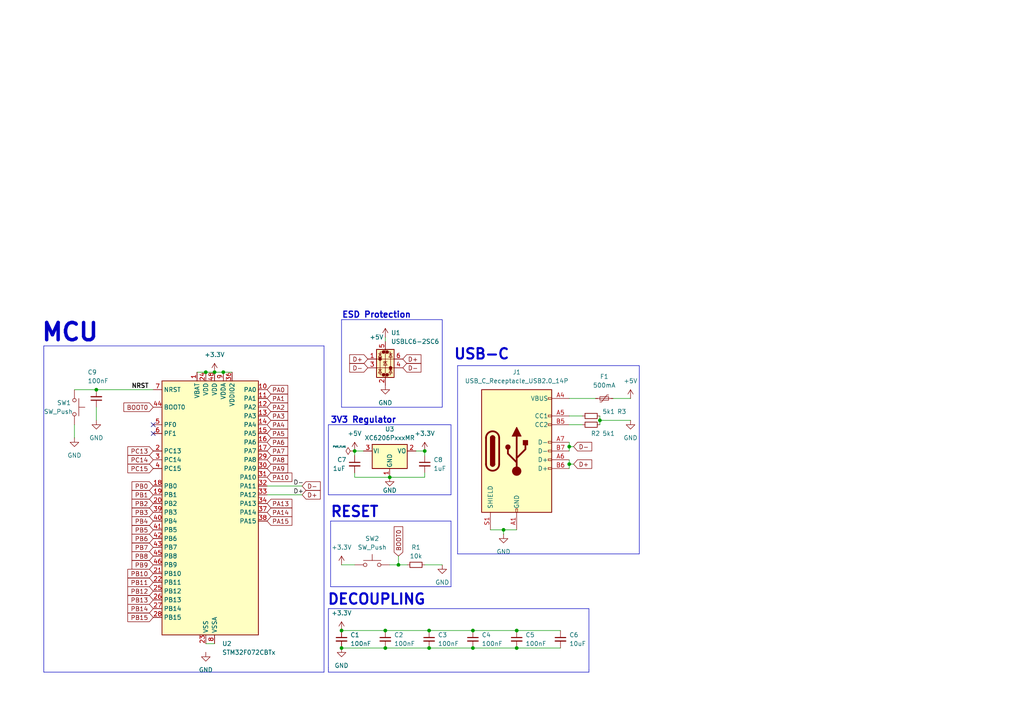
<source format=kicad_sch>
(kicad_sch (version 20231120) (generator "eeschema") (generator_version "8.0")
  (paper "A4")
  (lib_symbols
    (symbol "Connector:USB_C_Receptacle_USB2.0_14P" (pin_names (offset 1.016))
      (property "Reference" "J" (at 0 22.225 0))
      (property "Value" "USB_C_Receptacle_USB2.0_14P" (at 0 19.685 0))
      (symbol "USB_C_Receptacle_USB2.0_14P_0_0"
        (rectangle (start -0.254 -17.78) (end 0.254 -16.764))
        (rectangle (start 10.16 -4.826) (end 9.144 -5.334))
        (rectangle (start 10.16 -2.286) (end 9.144 -2.794))
        (rectangle (start 10.16 0.254) (end 9.144 -0.254))
        (rectangle (start 10.16 2.794) (end 9.144 2.286))
        (rectangle (start 10.16 7.874) (end 9.144 7.366))
        (rectangle (start 10.16 10.414) (end 9.144 9.906))
        (rectangle (start 10.16 15.494) (end 9.144 14.986))
      )
      (symbol "USB_C_Receptacle_USB2.0_14P_0_1"
        (rectangle (start -10.16 17.78) (end 10.16 -17.78) (stroke (width 0.254)) (fill (type background)))
        (arc (start -8.89 -3.81) (mid -6.985 -5.7067) (end -5.08 -3.81) (stroke (width 0.508)))
        (arc (start -7.62 -3.81) (mid -6.985 -4.4423) (end -6.35 -3.81) (stroke (width 0.254)))
        (arc (start -7.62 -3.81) (mid -6.985 -4.4423) (end -6.35 -3.81) (stroke (width 0.254)) (fill (type outline)))
        (rectangle (start -7.62 -3.81) (end -6.35 3.81) (stroke (width 0.254)) (fill (type outline)))
        (arc (start -6.35 3.81) (mid -6.985 4.4423) (end -7.62 3.81) (stroke (width 0.254)))
        (arc (start -6.35 3.81) (mid -6.985 4.4423) (end -7.62 3.81) (stroke (width 0.254)) (fill (type outline)))
        (arc (start -5.08 3.81) (mid -6.985 5.7067) (end -8.89 3.81) (stroke (width 0.508)))
        (circle (center -2.54 1.143) (radius 0.635) (stroke (width 0.254)) (fill (type outline)))
        (circle (center 0 -5.842) (radius 1.27) (fill (type outline)))
        (polyline (pts (xy -8.89 -3.81) (xy -8.89 3.81)) (stroke (width 0.508)))
        (polyline (pts (xy -5.08 3.81) (xy -5.08 -3.81)) (stroke (width 0.508)))
        (polyline (pts (xy 0 -5.842) (xy 0 4.318)) (stroke (width 0.508)))
        (polyline (pts (xy 0 -3.302) (xy -2.54 -0.762) (xy -2.54 0.508)) (stroke (width 0.508)))
        (polyline (pts (xy 0 -2.032) (xy 2.54 0.508) (xy 2.54 1.778)) (stroke (width 0.508)))
        (polyline (pts (xy -1.27 4.318) (xy 0 6.858) (xy 1.27 4.318) (xy -1.27 4.318)) (stroke (width 0.254)) (fill (type outline)))
        (rectangle (start 1.905 1.778) (end 3.175 3.048) (stroke (width 0.254)) (fill (type outline)))
      )
      (symbol "USB_C_Receptacle_USB2.0_14P_1_1"
        (pin passive line (at 0 -22.86 90) (length 5.08) (name "GND") (number "A1"))
        (pin passive line (at 0 -22.86 90) (length 5.08) hide (name "GND") (number "A12"))
        (pin passive line (at 15.24 15.24 180) (length 5.08) (name "VBUS") (number "A4"))
        (pin bidirectional line (at 15.24 10.16 180) (length 5.08) (name "CC1") (number "A5"))
        (pin bidirectional line (at 15.24 -2.54 180) (length 5.08) (name "D+") (number "A6"))
        (pin bidirectional line (at 15.24 2.54 180) (length 5.08) (name "D-") (number "A7"))
        (pin passive line (at 15.24 15.24 180) (length 5.08) hide (name "VBUS") (number "A9"))
        (pin passive line (at 0 -22.86 90) (length 5.08) hide (name "GND") (number "B1"))
        (pin passive line (at 0 -22.86 90) (length 5.08) hide (name "GND") (number "B12"))
        (pin passive line (at 15.24 15.24 180) (length 5.08) hide (name "VBUS") (number "B4"))
        (pin bidirectional line (at 15.24 7.62 180) (length 5.08) (name "CC2") (number "B5"))
        (pin bidirectional line (at 15.24 -5.08 180) (length 5.08) (name "D+") (number "B6"))
        (pin bidirectional line (at 15.24 0 180) (length 5.08) (name "D-") (number "B7"))
        (pin passive line (at 15.24 15.24 180) (length 5.08) hide (name "VBUS") (number "B9"))
        (pin passive line (at -7.62 -22.86 90) (length 5.08) (name "SHIELD") (number "S1"))
      )
    )
    (symbol "Device:C_Small" (pin_numbers hide) (pin_names (offset 0.254) hide)
      (property "Reference" "C" (at 0.254 1.778 0))
      (property "Value" "C_Small" (at 0.254 -2.032 0))
      (symbol "C_Small_0_1"
        (polyline (pts (xy -1.524 -0.508) (xy 1.524 -0.508)) (stroke (width 0.3302)))
        (polyline (pts (xy -1.524 0.508) (xy 1.524 0.508)) (stroke (width 0.3048)))
      )
      (symbol "C_Small_1_1"
        (pin passive line (at 0 2.54 270) (length 2.032) (name "~") (number "1"))
        (pin passive line (at 0 -2.54 90) (length 2.032) (name "~") (number "2"))
      )
    )
    (symbol "Device:Polyfuse_Small" (pin_numbers hide) (pin_names (offset 0))
      (property "Reference" "F" (at -1.905 0 90))
      (property "Value" "Polyfuse_Small" (at 1.905 0 90))
      (symbol "Polyfuse_Small_0_1"
        (rectangle (start -0.508 1.27) (end 0.508 -1.27))
        (polyline (pts (xy 0 2.54) (xy 0 -2.54)))
        (polyline (pts (xy -1.016 1.27) (xy -1.016 0.762) (xy 1.016 -0.762) (xy 1.016 -1.27)))
      )
      (symbol "Polyfuse_Small_1_1"
        (pin passive line (at 0 2.54 270) (length 0.635) (name "~") (number "1"))
        (pin passive line (at 0 -2.54 90) (length 0.635) (name "~") (number "2"))
      )
    )
    (symbol "Device:R_Small" (pin_numbers hide) (pin_names (offset 0.254) hide)
      (property "Reference" "R" (at 0.762 0.508 0))
      (property "Value" "R_Small" (at 0.762 -1.016 0))
      (symbol "R_Small_0_1"
        (rectangle (start -0.762 1.778) (end 0.762 -1.778) (stroke (width 0.2032)))
      )
      (symbol "R_Small_1_1"
        (pin passive line (at 0 2.54 270) (length 0.762) (name "~") (number "1"))
        (pin passive line (at 0 -2.54 90) (length 0.762) (name "~") (number "2"))
      )
    )
    (symbol "MCU_ST_STM32F0:STM32F072CBTx"
      (property "Reference" "U" (at -12.7 39.37 0))
      (property "Value" "STM32F072CBTx" (at 10.16 39.37 0))
      (symbol "STM32F072CBTx_0_1"
        (rectangle (start -12.7 -35.56) (end 15.24 38.1) (stroke (width 0.254)) (fill (type background)))
      )
      (symbol "STM32F072CBTx_1_1"
        (pin power_in line (at -2.54 40.64 270) (length 2.54) (name "VBAT") (number "1"))
        (pin bidirectional line (at 17.78 35.56 180) (length 2.54) (name "PA0") (number "10"))
        (pin bidirectional line (at 17.78 33.02 180) (length 2.54) (name "PA1") (number "11"))
        (pin bidirectional line (at 17.78 30.48 180) (length 2.54) (name "PA2") (number "12"))
        (pin bidirectional line (at 17.78 27.94 180) (length 2.54) (name "PA3") (number "13"))
        (pin bidirectional line (at 17.78 25.4 180) (length 2.54) (name "PA4") (number "14"))
        (pin bidirectional line (at 17.78 22.86 180) (length 2.54) (name "PA5") (number "15"))
        (pin bidirectional line (at 17.78 20.32 180) (length 2.54) (name "PA6") (number "16"))
        (pin bidirectional line (at 17.78 17.78 180) (length 2.54) (name "PA7") (number "17"))
        (pin bidirectional line (at -15.24 7.62 0) (length 2.54) (name "PB0") (number "18"))
        (pin bidirectional line (at -15.24 5.08 0) (length 2.54) (name "PB1") (number "19"))
        (pin bidirectional line (at -15.24 17.78 0) (length 2.54) (name "PC13") (number "2"))
        (pin bidirectional line (at -15.24 2.54 0) (length 2.54) (name "PB2") (number "20"))
        (pin bidirectional line (at -15.24 -17.78 0) (length 2.54) (name "PB10") (number "21"))
        (pin bidirectional line (at -15.24 -20.32 0) (length 2.54) (name "PB11") (number "22"))
        (pin power_in line (at 0 -38.1 90) (length 2.54) (name "VSS") (number "23"))
        (pin power_in line (at 0 40.64 270) (length 2.54) (name "VDD") (number "24"))
        (pin bidirectional line (at -15.24 -22.86 0) (length 2.54) (name "PB12") (number "25"))
        (pin bidirectional line (at -15.24 -25.4 0) (length 2.54) (name "PB13") (number "26"))
        (pin bidirectional line (at -15.24 -27.94 0) (length 2.54) (name "PB14") (number "27"))
        (pin bidirectional line (at -15.24 -30.48 0) (length 2.54) (name "PB15") (number "28"))
        (pin bidirectional line (at 17.78 15.24 180) (length 2.54) (name "PA8") (number "29"))
        (pin bidirectional line (at -15.24 15.24 0) (length 2.54) (name "PC14") (number "3"))
        (pin bidirectional line (at 17.78 12.7 180) (length 2.54) (name "PA9") (number "30"))
        (pin bidirectional line (at 17.78 10.16 180) (length 2.54) (name "PA10") (number "31"))
        (pin bidirectional line (at 17.78 7.62 180) (length 2.54) (name "PA11") (number "32"))
        (pin bidirectional line (at 17.78 5.08 180) (length 2.54) (name "PA12") (number "33"))
        (pin bidirectional line (at 17.78 2.54 180) (length 2.54) (name "PA13") (number "34"))
        (pin passive line (at 0 -38.1 90) (length 2.54) hide (name "VSS") (number "35"))
        (pin power_in line (at 7.62 40.64 270) (length 2.54) (name "VDDIO2") (number "36"))
        (pin bidirectional line (at 17.78 0 180) (length 2.54) (name "PA14") (number "37"))
        (pin bidirectional line (at 17.78 -2.54 180) (length 2.54) (name "PA15") (number "38"))
        (pin bidirectional line (at -15.24 0 0) (length 2.54) (name "PB3") (number "39"))
        (pin bidirectional line (at -15.24 12.7 0) (length 2.54) (name "PC15") (number "4"))
        (pin bidirectional line (at -15.24 -2.54 0) (length 2.54) (name "PB4") (number "40"))
        (pin bidirectional line (at -15.24 -5.08 0) (length 2.54) (name "PB5") (number "41"))
        (pin bidirectional line (at -15.24 -7.62 0) (length 2.54) (name "PB6") (number "42"))
        (pin bidirectional line (at -15.24 -10.16 0) (length 2.54) (name "PB7") (number "43"))
        (pin input line (at -15.24 30.48 0) (length 2.54) (name "BOOT0") (number "44"))
        (pin bidirectional line (at -15.24 -12.7 0) (length 2.54) (name "PB8") (number "45"))
        (pin bidirectional line (at -15.24 -15.24 0) (length 2.54) (name "PB9") (number "46"))
        (pin passive line (at 0 -38.1 90) (length 2.54) hide (name "VSS") (number "47"))
        (pin power_in line (at 2.54 40.64 270) (length 2.54) (name "VDD") (number "48"))
        (pin bidirectional line (at -15.24 25.4 0) (length 2.54) (name "PF0") (number "5"))
        (pin bidirectional line (at -15.24 22.86 0) (length 2.54) (name "PF1") (number "6"))
        (pin input line (at -15.24 35.56 0) (length 2.54) (name "NRST") (number "7"))
        (pin power_in line (at 2.54 -38.1 90) (length 2.54) (name "VSSA") (number "8"))
        (pin power_in line (at 5.08 40.64 270) (length 2.54) (name "VDDA") (number "9"))
      )
    )
    (symbol "Power_Protection:USBLC6-2SC6" (pin_names hide)
      (property "Reference" "U" (at 0.635 5.715 0))
      (property "Value" "USBLC6-2SC6" (at 0.635 3.81 0))
      (symbol "USBLC6-2SC6_0_0"
        (circle (center -1.524 0) (radius 0.0001) (stroke (width 0.508)))
        (circle (center -0.508 -4.572) (radius 0.0001) (stroke (width 0.508)))
        (circle (center -0.508 2.032) (radius 0.0001) (stroke (width 0.508)))
        (circle (center 0.508 -4.572) (radius 0.0001) (stroke (width 0.508)))
        (circle (center 0.508 2.032) (radius 0.0001) (stroke (width 0.508)))
        (circle (center 1.524 -2.54) (radius 0.0001) (stroke (width 0.508)))
      )
      (symbol "USBLC6-2SC6_0_1"
        (polyline (pts (xy -2.54 -2.54) (xy 2.54 -2.54)))
        (polyline (pts (xy -2.54 0) (xy 2.54 0)))
        (polyline (pts (xy -2.032 -3.048) (xy -1.016 -3.048)))
        (polyline (pts (xy -1.016 1.524) (xy -2.032 1.524)))
        (polyline (pts (xy 1.016 -3.048) (xy 2.032 -3.048)))
        (polyline (pts (xy 1.016 1.524) (xy 2.032 1.524)))
        (polyline (pts (xy -0.508 -1.143) (xy -0.508 -0.762) (xy 0.508 -0.762)))
        (polyline (pts (xy -2.032 0.508) (xy -1.016 0.508) (xy -1.524 1.524) (xy -2.032 0.508)))
        (polyline (pts (xy -1.016 -4.064) (xy -2.032 -4.064) (xy -1.524 -3.048) (xy -1.016 -4.064)))
        (polyline (pts (xy 0.508 -1.778) (xy -0.508 -1.778) (xy 0 -0.762) (xy 0.508 -1.778)))
        (polyline (pts (xy 2.032 -4.064) (xy 1.016 -4.064) (xy 1.524 -3.048) (xy 2.032 -4.064)))
        (polyline (pts (xy 2.032 0.508) (xy 1.016 0.508) (xy 1.524 1.524) (xy 2.032 0.508)))
        (polyline (pts (xy 0 2.54) (xy -0.508 2.032) (xy 0.508 2.032) (xy 0 1.524) (xy 0 -4.064) (xy -0.508 -4.572) (xy 0.508 -4.572) (xy 0 -5.08)))
      )
      (symbol "USBLC6-2SC6_1_1"
        (rectangle (start -2.54 2.794) (end 2.54 -5.334) (stroke (width 0.254)) (fill (type background)))
        (polyline (pts (xy -0.508 2.032) (xy -1.524 2.032) (xy -1.524 -4.572) (xy -0.508 -4.572)))
        (polyline (pts (xy 0.508 -4.572) (xy 1.524 -4.572) (xy 1.524 2.032) (xy 0.508 2.032)))
        (pin passive line (at -5.08 0 0) (length 2.54) (name "I/O1") (number "1"))
        (pin passive line (at 0 -7.62 90) (length 2.54) (name "GND") (number "2"))
        (pin passive line (at -5.08 -2.54 0) (length 2.54) (name "I/O2") (number "3"))
        (pin passive line (at 5.08 -2.54 180) (length 2.54) (name "I/O2") (number "4"))
        (pin passive line (at 0 5.08 270) (length 2.54) (name "VBUS") (number "5"))
        (pin passive line (at 5.08 0 180) (length 2.54) (name "I/O1") (number "6"))
      )
    )
    (symbol "Regulator_Linear:XC6206PxxxMR" (pin_names (offset 0.254))
      (property "Reference" "U" (at -3.81 3.175 0))
      (property "Value" "XC6206PxxxMR" (at 0 3.175 0))
      (symbol "XC6206PxxxMR_0_1"
        (rectangle (start -5.08 1.905) (end 5.08 -5.08) (stroke (width 0.254)) (fill (type background)))
      )
      (symbol "XC6206PxxxMR_1_1"
        (pin power_in line (at 0 -7.62 90) (length 2.54) (name "GND") (number "1"))
        (pin power_out line (at 7.62 0 180) (length 2.54) (name "VO") (number "2"))
        (pin power_in line (at -7.62 0 0) (length 2.54) (name "VI") (number "3"))
      )
    )
    (symbol "Switch:SW_Push" (pin_numbers hide) (pin_names (offset 1.016) hide)
      (property "Reference" "SW" (at 1.27 2.54 0))
      (property "Value" "SW_Push" (at 0 -1.524 0))
      (symbol "SW_Push_0_1"
        (circle (center -2.032 0) (radius 0.508))
        (polyline (pts (xy 0 1.27) (xy 0 3.048)))
        (polyline (pts (xy 2.54 1.27) (xy -2.54 1.27)))
        (circle (center 2.032 0) (radius 0.508))
        (pin passive line (at -5.08 0 0) (length 2.54) (name "1") (number "1"))
        (pin passive line (at 5.08 0 180) (length 2.54) (name "2") (number "2"))
      )
    )
    (symbol "power:+3.3V" (power) (pin_numbers hide) (pin_names (offset 0) hide)
      (property "Value" "+3.3V" (at 0 3.556 0))
      (symbol "+3.3V_0_1"
        (polyline (pts (xy -0.762 1.27) (xy 0 2.54)))
        (polyline (pts (xy 0 0) (xy 0 2.54)))
        (polyline (pts (xy 0 2.54) (xy 0.762 1.27)))
      )
      (symbol "+3.3V_1_1"
        (pin power_in line (at 0 0 90) (length 0) (name "~") (number "1"))
      )
    )
    (symbol "power:+5V" (power) (pin_numbers hide) (pin_names (offset 0) hide)
      (property "Value" "+5V" (at 0 3.556 0))
      (symbol "+5V_0_1"
        (polyline (pts (xy -0.762 1.27) (xy 0 2.54)))
        (polyline (pts (xy 0 0) (xy 0 2.54)))
        (polyline (pts (xy 0 2.54) (xy 0.762 1.27)))
      )
      (symbol "+5V_1_1"
        (pin power_in line (at 0 0 90) (length 0) (name "~") (number "1"))
      )
    )
    (symbol "power:GND" (power) (pin_numbers hide) (pin_names (offset 0) hide)
      (property "Value" "GND" (at 0 -3.81 0))
      (symbol "GND_0_1"
        (polyline (pts (xy 0 0) (xy 0 -1.27) (xy 1.27 -1.27) (xy 0 -2.54) (xy -1.27 -1.27) (xy 0 -1.27)))
      )
      (symbol "GND_1_1"
        (pin power_in line (at 0 0 270) (length 0) (name "~") (number "1"))
      )
    )
    (symbol "power:PWR_FLAG" (power) (pin_numbers hide) (pin_names (offset 0) hide)
      (property "Value" "PWR_FLAG" (at 0 3.81 0))
      (symbol "PWR_FLAG_0_0"
        (pin power_out line (at 0 0 90) (length 0) (name "~") (number "1"))
      )
      (symbol "PWR_FLAG_0_1"
        (polyline (pts (xy 0 0) (xy 0 1.27) (xy -1.016 1.905) (xy 0 2.54) (xy 1.016 1.905) (xy 0 1.27)))
      )
    )
  )
  (junction (at 137.16 182.88))
  (junction (at 99.06 187.96))
  (junction (at 99.06 182.88))
  (junction (at 124.46 182.88))
  (junction (at 115.57 163.83))
  (junction (at 165.1 129.54))
  (junction (at 64.77 107.95))
  (junction (at 62.23 107.95))
  (junction (at 149.86 182.88))
  (junction (at 173.99 121.92))
  (junction (at 102.87 130.81))
  (junction (at 27.94 113.03))
  (junction (at 111.76 187.96))
  (junction (at 149.86 187.96))
  (junction (at 59.69 107.95))
  (junction (at 146.05 153.67))
  (junction (at 123.19 130.81))
  (junction (at 113.03 138.43))
  (junction (at 111.76 182.88))
  (junction (at 137.16 187.96))
  (junction (at 124.46 187.96))
  (junction (at 165.1 134.62))
  (no_connect (at 44.45 123.19))
  (no_connect (at 44.45 125.73))
  (wire (pts (xy 146.05 153.67) (xy 149.86 153.67)))
  (wire (pts (xy 99.06 163.83) (xy 102.87 163.83)))
  (polyline (pts (xy 12.7 100.33) (xy 93.98 100.33)))
  (wire (pts (xy 165.1 134.62) (xy 166.37 134.62)))
  (wire (pts (xy 27.94 113.03) (xy 44.45 113.03)))
  (wire (pts (xy 62.23 107.95) (xy 64.77 107.95)))
  (polyline (pts (xy 95.25 193.675) (xy 95.25 176.53)))
  (wire (pts (xy 113.03 163.83) (xy 115.57 163.83)))
  (wire (pts (xy 142.24 153.67) (xy 146.05 153.67)))
  (wire (pts (xy 137.16 182.88) (xy 149.86 182.88)))
  (wire (pts (xy 59.69 107.95) (xy 62.23 107.95)))
  (wire (pts (xy 123.19 163.83) (xy 128.27 163.83)))
  (polyline (pts (xy 93.98 194.945) (xy 12.7 194.945)))
  (polyline (pts (xy 170.815 194.31) (xy 170.815 194.945)))
  (wire (pts (xy 102.87 138.43) (xy 113.03 138.43)))
  (polyline (pts (xy 170.815 176.53) (xy 170.815 194.31)))
  (wire (pts (xy 165.1 120.65) (xy 168.91 120.65)))
  (wire (pts (xy 99.06 187.96) (xy 111.76 187.96)))
  (wire (pts (xy 146.05 153.67) (xy 146.05 154.94)))
  (wire (pts (xy 137.16 187.96) (xy 149.86 187.96)))
  (polyline (pts (xy 132.715 106.045) (xy 132.715 160.655)))
  (polyline (pts (xy 130.81 170.18) (xy 95.885 170.18)))
  (polyline (pts (xy 99.06 92.71) (xy 128.27 92.71)))
  (polyline (pts (xy 95.885 151.13) (xy 130.81 151.13)))
  (wire (pts (xy 120.65 130.81) (xy 123.19 130.81)))
  (polyline (pts (xy 96.52 123.19) (xy 130.81 123.19)))
  (polyline (pts (xy 130.81 143.51) (xy 95.25 143.51)))
  (wire (pts (xy 173.99 121.92) (xy 182.88 121.92)))
  (polyline (pts (xy 93.98 100.33) (xy 93.98 194.945)))
  (wire (pts (xy 165.1 129.54) (xy 165.1 130.81)))
  (wire (pts (xy 123.19 138.43) (xy 123.19 137.16)))
  (wire (pts (xy 64.77 107.95) (xy 67.31 107.95)))
  (wire (pts (xy 77.47 143.51) (xy 87.63 143.51)))
  (wire (pts (xy 124.46 187.96) (xy 137.16 187.96)))
  (polyline (pts (xy 12.7 100.33) (xy 12.7 194.945)))
  (polyline (pts (xy 95.885 151.13) (xy 95.885 170.18)))
  (wire (pts (xy 111.76 97.79) (xy 111.76 99.06)))
  (wire (pts (xy 27.94 118.11) (xy 27.94 121.92)))
  (wire (pts (xy 115.57 161.29) (xy 115.57 163.83)))
  (wire (pts (xy 59.69 186.69) (xy 62.23 186.69)))
  (wire (pts (xy 124.46 182.88) (xy 137.16 182.88)))
  (wire (pts (xy 149.86 182.88) (xy 162.56 182.88)))
  (wire (pts (xy 115.57 163.83) (xy 118.11 163.83)))
  (polyline (pts (xy 95.25 123.19) (xy 96.52 123.19)))
  (wire (pts (xy 165.1 133.35) (xy 165.1 134.62)))
  (wire (pts (xy 149.86 187.96) (xy 162.56 187.96)))
  (wire (pts (xy 99.06 182.88) (xy 111.76 182.88)))
  (wire (pts (xy 77.47 140.97) (xy 87.63 140.97)))
  (wire (pts (xy 102.87 137.16) (xy 102.87 138.43)))
  (wire (pts (xy 102.87 130.81) (xy 102.87 132.08)))
  (wire (pts (xy 173.99 121.92) (xy 173.99 123.19)))
  (polyline (pts (xy 185.42 160.655) (xy 132.715 160.655)))
  (polyline (pts (xy 128.27 92.71) (xy 128.27 118.11)))
  (polyline (pts (xy 95.25 194.31) (xy 95.25 194.945)))
  (wire (pts (xy 113.03 138.43) (xy 123.19 138.43)))
  (polyline (pts (xy 128.27 118.11) (xy 99.06 118.11)))
  (wire (pts (xy 165.1 115.57) (xy 172.72 115.57)))
  (wire (pts (xy 177.8 115.57) (xy 182.88 115.57)))
  (wire (pts (xy 165.1 123.19) (xy 168.91 123.19)))
  (polyline (pts (xy 95.25 193.675) (xy 95.25 194.31)))
  (wire (pts (xy 21.59 123.19) (xy 21.59 127)))
  (wire (pts (xy 111.76 187.96) (xy 124.46 187.96)))
  (polyline (pts (xy 130.81 151.13) (xy 130.81 170.18)))
  (wire (pts (xy 165.1 134.62) (xy 165.1 135.89)))
  (polyline (pts (xy 99.06 92.71) (xy 99.06 118.11)))
  (wire (pts (xy 102.87 130.81) (xy 105.41 130.81)))
  (wire (pts (xy 111.76 182.88) (xy 124.46 182.88)))
  (polyline (pts (xy 170.815 194.945) (xy 95.25 194.945)))
  (wire (pts (xy 123.19 130.81) (xy 123.19 132.08)))
  (polyline (pts (xy 185.42 106.045) (xy 185.42 160.655)))
  (wire (pts (xy 21.59 113.03) (xy 27.94 113.03)))
  (polyline (pts (xy 132.715 106.045) (xy 185.42 106.045)))
  (polyline (pts (xy 130.81 123.19) (xy 130.81 143.51)))
  (wire (pts (xy 165.1 129.54) (xy 166.37 129.54)))
  (polyline (pts (xy 95.25 176.53) (xy 170.815 176.53)))
  (polyline (pts (xy 95.25 143.51) (xy 95.25 123.19)))
  (wire (pts (xy 57.15 107.95) (xy 59.69 107.95)))
  (wire (pts (xy 165.1 128.27) (xy 165.1 129.54)))
  (wire (pts (xy 173.99 120.65) (xy 173.99 121.92)))
  (text "ESD Protection" (at 109.22 91.44 0) (effects (font (size 1.75 1.75) (bold yes))))
  (text "DECOUPLING" (at 109.22 173.99 0) (effects (font (size 3 3) (bold yes))))
  (text "USB-C" (at 139.7 102.87 0) (effects (font (size 3 3) (bold yes))))
  (text "3V3 Regulator" (at 105.41 121.92 0) (effects (font (size 1.75 1.75) (bold yes))))
  (text "RESET" (at 102.87 148.59 0) (effects (font (size 3 3) (bold yes))))
  (text "MCU" (at 20.32 96.52 0) (effects (font (size 5 5) (thickness 1) (bold yes))))
  (label "D-" (at 85.09 140.97 0))
  (label "D+" (at 85.09 143.51 0))
  (label "NRST" (at 38.1 113.03 0) (effects (font (bold yes))))
  (global_label "PB8" (shape input) (at 44.45 161.29 180) (property "Intersheetrefs" "${INTERSHEET_REFS}" (effects (hide yes))))
  (global_label "PB13" (shape input) (at 44.45 173.99 180) (property "Intersheetrefs" "${INTERSHEET_REFS}" (effects (hide yes))))
  (global_label "PA8" (shape input) (at 77.47 133.35 0) (property "Intersheetrefs" "${INTERSHEET_REFS}" (effects (hide yes))))
  (global_label "PA1" (shape input) (at 77.47 115.57 0) (property "Intersheetrefs" "${INTERSHEET_REFS}" (effects (hide yes))))
  (global_label "PB1" (shape input) (at 44.45 143.51 180) (property "Intersheetrefs" "${INTERSHEET_REFS}" (effects (hide yes))))
  (global_label "PA15" (shape input) (at 77.47 151.13 0) (property "Intersheetrefs" "${INTERSHEET_REFS}" (effects (hide yes))))
  (global_label "PB5" (shape input) (at 44.45 153.67 180) (property "Intersheetrefs" "${INTERSHEET_REFS}" (effects (hide yes))))
  (global_label "PA5" (shape input) (at 77.47 125.73 0) (property "Intersheetrefs" "${INTERSHEET_REFS}" (effects (hide yes))))
  (global_label "PA9" (shape input) (at 77.47 135.89 0) (property "Intersheetrefs" "${INTERSHEET_REFS}" (effects (hide yes))))
  (global_label "D-" (shape input) (at 166.37 129.54 0) (property "Intersheetrefs" "${INTERSHEET_REFS}" (effects (hide yes))))
  (global_label "PA2" (shape input) (at 77.47 118.11 0) (property "Intersheetrefs" "${INTERSHEET_REFS}" (effects (hide yes))))
  (global_label "BOOT0" (shape input) (at 44.45 118.11 180) (property "Intersheetrefs" "${INTERSHEET_REFS}" (effects (hide yes))))
  (global_label "PB4" (shape input) (at 44.45 151.13 180) (property "Intersheetrefs" "${INTERSHEET_REFS}" (effects (hide yes))))
  (global_label "D+" (shape input) (at 166.37 134.62 0) (property "Intersheetrefs" "${INTERSHEET_REFS}" (effects (hide yes))))
  (global_label "PB3" (shape input) (at 44.45 148.59 180) (property "Intersheetrefs" "${INTERSHEET_REFS}" (effects (hide yes))))
  (global_label "PB0" (shape input) (at 44.45 140.97 180) (property "Intersheetrefs" "${INTERSHEET_REFS}" (effects (hide yes))))
  (global_label "PA10" (shape input) (at 77.47 138.43 0) (property "Intersheetrefs" "${INTERSHEET_REFS}" (effects (hide yes))))
  (global_label "PB10" (shape input) (at 44.45 166.37 180) (property "Intersheetrefs" "${INTERSHEET_REFS}" (effects (hide yes))))
  (global_label "D+" (shape input) (at 116.84 104.14 0) (property "Intersheetrefs" "${INTERSHEET_REFS}" (effects (hide yes))))
  (global_label "PC13" (shape input) (at 44.45 130.81 180) (property "Intersheetrefs" "${INTERSHEET_REFS}" (effects (hide yes))))
  (global_label "PA6" (shape input) (at 77.47 128.27 0) (property "Intersheetrefs" "${INTERSHEET_REFS}" (effects (hide yes))))
  (global_label "BOOT0" (shape input) (at 115.57 161.29 90) (property "Intersheetrefs" "${INTERSHEET_REFS}" (effects (hide yes))))
  (global_label "PA0" (shape input) (at 77.47 113.03 0) (property "Intersheetrefs" "${INTERSHEET_REFS}" (effects (hide yes))))
  (global_label "D-" (shape input) (at 87.63 140.97 0) (property "Intersheetrefs" "${INTERSHEET_REFS}" (effects (hide yes))))
  (global_label "PC14" (shape input) (at 44.45 133.35 180) (property "Intersheetrefs" "${INTERSHEET_REFS}" (effects (hide yes))))
  (global_label "PB2" (shape input) (at 44.45 146.05 180) (property "Intersheetrefs" "${INTERSHEET_REFS}" (effects (hide yes))))
  (global_label "PB14" (shape input) (at 44.45 176.53 180) (property "Intersheetrefs" "${INTERSHEET_REFS}" (effects (hide yes))))
  (global_label "PB7" (shape input) (at 44.45 158.75 180) (property "Intersheetrefs" "${INTERSHEET_REFS}" (effects (hide yes))))
  (global_label "PA13" (shape input) (at 77.47 146.05 0) (property "Intersheetrefs" "${INTERSHEET_REFS}" (effects (hide yes))))
  (global_label "PA4" (shape input) (at 77.47 123.19 0) (property "Intersheetrefs" "${INTERSHEET_REFS}" (effects (hide yes))))
  (global_label "D+" (shape input) (at 106.68 104.14 180) (property "Intersheetrefs" "${INTERSHEET_REFS}" (effects (hide yes))))
  (global_label "PB11" (shape input) (at 44.45 168.91 180) (property "Intersheetrefs" "${INTERSHEET_REFS}" (effects (hide yes))))
  (global_label "PA3" (shape input) (at 77.47 120.65 0) (property "Intersheetrefs" "${INTERSHEET_REFS}" (effects (hide yes))))
  (global_label "PB6" (shape input) (at 44.45 156.21 180) (property "Intersheetrefs" "${INTERSHEET_REFS}" (effects (hide yes))))
  (global_label "D-" (shape input) (at 106.68 106.68 180) (property "Intersheetrefs" "${INTERSHEET_REFS}" (effects (hide yes))))
  (global_label "D-" (shape input) (at 116.84 106.68 0) (property "Intersheetrefs" "${INTERSHEET_REFS}" (effects (hide yes))))
  (global_label "PB12" (shape input) (at 44.45 171.45 180) (property "Intersheetrefs" "${INTERSHEET_REFS}" (effects (hide yes))))
  (global_label "D+" (shape input) (at 87.63 143.51 0) (property "Intersheetrefs" "${INTERSHEET_REFS}" (effects (hide yes))))
  (global_label "PA7" (shape input) (at 77.47 130.81 0) (property "Intersheetrefs" "${INTERSHEET_REFS}" (effects (hide yes))))
  (global_label "PC15" (shape input) (at 44.45 135.89 180) (property "Intersheetrefs" "${INTERSHEET_REFS}" (effects (hide yes))))
  (global_label "PB9" (shape input) (at 44.45 163.83 180) (property "Intersheetrefs" "${INTERSHEET_REFS}" (effects (hide yes))))
  (global_label "PB15" (shape input) (at 44.45 179.07 180) (property "Intersheetrefs" "${INTERSHEET_REFS}" (effects (hide yes))))
  (global_label "PA14" (shape input) (at 77.47 148.59 0) (property "Intersheetrefs" "${INTERSHEET_REFS}" (effects (hide yes))))
  (symbol (lib_id "Device:Polyfuse_Small") (at 175.26 115.57 90) (unit 1)
    (property "Reference" "F1" (at 175.26 109.22 90))
    (property "Value" "500mA" (at 175.26 111.76 90))
    (property "Description" "Resettable fuse, polymeric positive temperature coefficient, small symbol" (effects (hide yes)))
  )
  (symbol (lib_id "Device:C_Small") (at 124.46 185.42 0) (unit 1)
    (property "Reference" "C3" (at 127 184.1562 0) (effects (justify left)))
    (property "Value" "100nF" (at 127 186.6962 0) (effects (justify left)))
    (property "Description" "Unpolarized capacitor, small symbol" (effects (hide yes)))
  )
  (symbol (lib_id "Device:C_Small") (at 99.06 185.42 0) (unit 1)
    (property "Reference" "C1" (at 101.6 184.1562 0) (effects (justify left)))
    (property "Value" "100nF" (at 101.6 186.6962 0) (effects (justify left)))
    (property "Description" "Unpolarized capacitor, small symbol" (effects (hide yes)))
  )
  (symbol (lib_id "Device:C_Small") (at 102.87 134.62 0) (unit 1)
    (property "Reference" "C7" (at 97.79 133.35 0) (effects (justify left)))
    (property "Value" "1uF" (at 96.52 135.89 0) (effects (justify left)))
    (property "Description" "Unpolarized capacitor, small symbol" (effects (hide yes)))
  )
  (symbol (lib_id "power:+5V") (at 111.76 97.79 0) (unit 1)
    (property "Reference" "#PWR010" (effects (hide yes)))
    (property "Value" "+5V" (at 109.22 97.79 0))
    (property "Description" "Power symbol creates a global label with name \"+5V\"" (effects (hide yes)))
  )
  (symbol (lib_id "power:GND") (at 59.69 189.23 0) (unit 1)
    (property "Reference" "#PWR013" (effects (hide yes)))
    (property "Value" "GND" (at 59.69 194.31 0))
    (property "Description" "Power symbol creates a global label with name \"GND\" , ground" (effects (hide yes)))
  )
  (symbol (lib_id "power:GND") (at 111.76 111.76 0) (unit 1)
    (property "Reference" "#PWR09" (effects (hide yes)))
    (property "Value" "GND" (at 111.76 116.84 0))
    (property "Description" "Power symbol creates a global label with name \"GND\" , ground" (effects (hide yes)))
  )
  (symbol (lib_id "power:+3.3V") (at 123.19 130.81 0) (unit 1)
    (property "Reference" "#PWR012" (effects (hide yes)))
    (property "Value" "+3.3V" (at 123.19 125.73 0))
    (property "Description" "Power symbol creates a global label with name \"+3.3V\"" (effects (hide yes)))
  )
  (symbol (lib_id "power:GND") (at 182.88 121.92 0) (unit 1)
    (property "Reference" "#PWR06" (effects (hide yes)))
    (property "Value" "GND" (at 182.88 127 0))
    (property "Description" "Power symbol creates a global label with name \"GND\" , ground" (effects (hide yes)))
  )
  (symbol (lib_id "Connector:USB_C_Receptacle_USB2.0_14P") (at 149.86 130.81 0) (unit 1)
    (property "Reference" "J1" (at 149.86 107.95 0))
    (property "Value" "USB_C_Receptacle_USB2.0_14P" (at 149.86 110.49 0))
    (property "Datasheet" "https://www.usb.org/sites/default/files/documents/usb_type-c.zip" (effects (hide yes)))
    (property "Description" "USB 2.0-only 14P Type-C Receptacle connector" (effects (hide yes)))
  )
  (symbol (lib_id "power:GND") (at 99.06 187.96 0) (unit 1)
    (property "Reference" "#PWR04" (effects (hide yes)))
    (property "Value" "GND" (at 99.06 193.04 0))
    (property "Description" "Power symbol creates a global label with name \"GND\" , ground" (effects (hide yes)))
  )
  (symbol (lib_id "Device:C_Small") (at 162.56 185.42 0) (unit 1)
    (property "Reference" "C6" (at 165.1 184.1562 0) (effects (justify left)))
    (property "Value" "10uF" (at 165.1 186.6962 0) (effects (justify left)))
    (property "Description" "Unpolarized capacitor, small symbol" (effects (hide yes)))
  )
  (symbol (lib_id "Regulator_Linear:XC6206PxxxMR") (at 113.03 130.81 0) (unit 1)
    (property "Reference" "U3" (at 113.03 124.46 0))
    (property "Value" "XC6206PxxxMR" (at 113.03 127 0))
    (property "Footprint" "Package_TO_SOT_SMD:SOT-23-3" (effects (hide yes)))
    (property "Datasheet" "https://www.torexsemi.com/file/xc6206/XC6206.pdf" (effects (hide yes)))
    (property "Description" "Positive 60-250mA Low Dropout Regulator, Fixed Output, SOT-23" (effects (hide yes)))
  )
  (symbol (lib_id "power:GND") (at 146.05 154.94 0) (unit 1)
    (property "Reference" "#PWR05" (effects (hide yes)))
    (property "Value" "GND" (at 146.05 160.02 0))
    (property "Description" "Power symbol creates a global label with name \"GND\" , ground" (effects (hide yes)))
  )
  (symbol (lib_id "power:+3.3V") (at 62.23 107.95 0) (unit 1)
    (property "Reference" "#PWR08" (effects (hide yes)))
    (property "Value" "+3.3V" (at 62.23 102.87 0))
    (property "Description" "Power symbol creates a global label with name \"+3.3V\"" (effects (hide yes)))
  )
  (symbol (lib_id "power:GND") (at 128.27 163.83 0) (unit 1)
    (property "Reference" "#PWR02" (effects (hide yes)))
    (property "Value" "GND" (at 128.27 168.91 0))
    (property "Description" "Power symbol creates a global label with name \"GND\" , ground" (effects (hide yes)))
  )
  (symbol (lib_id "power:+3.3V") (at 99.06 163.83 0) (unit 1)
    (property "Reference" "#PWR01" (effects (hide yes)))
    (property "Value" "+3.3V" (at 99.06 158.75 0))
    (property "Description" "Power symbol creates a global label with name \"+3.3V\"" (effects (hide yes)))
  )
  (symbol (lib_id "Device:C_Small") (at 149.86 185.42 0) (unit 1)
    (property "Reference" "C5" (at 152.4 184.1562 0) (effects (justify left)))
    (property "Value" "100nF" (at 152.4 186.6962 0) (effects (justify left)))
    (property "Description" "Unpolarized capacitor, small symbol" (effects (hide yes)))
  )
  (symbol (lib_id "power:PWR_FLAG") (at 102.87 130.81 90) (unit 1)
    (property "Reference" "#FLG01" (effects (hide yes)))
    (property "Value" "PWR_FLAG" (at 100.33 129.54 90) (effects (font (size 0.5 0.5)) (justify left)))
    (property "Description" "Special symbol for telling ERC where power comes from" (effects (hide yes)))
  )
  (symbol (lib_id "MCU_ST_STM32F0:STM32F072CBTx") (at 59.69 148.59 0) (unit 1)
    (property "Reference" "U2" (at 64.4241 186.69 0) (effects (justify left)))
    (property "Value" "STM32F072CBTx" (at 64.4241 189.23 0) (effects (justify left)))
    (property "Footprint" "Package_QFP:LQFP-48_7x7mm_P0.5mm" (effects (hide yes)))
    (property "Datasheet" "https://www.st.com/resource/en/datasheet/stm32f072cb.pdf" (effects (hide yes)))
    (property "Description" "STMicroelectronics Arm Cortex-M0 MCU, 128KB flash, 16KB RAM, 48 MHz, 2.0-3.6V, 37 GPIO, LQFP48" (effects (hide yes)))
  )
  (symbol (lib_id "Switch:SW_Push") (at 21.59 118.11 270) (unit 1)
    (property "Reference" "SW1" (at 16.51 116.84 90) (effects (justify left)))
    (property "Value" "SW_Push" (at 12.7 119.38 90) (effects (justify left)))
    (property "Description" "Push button switch, generic, two pins" (effects (hide yes)))
  )
  (symbol (lib_id "power:+3.3V") (at 99.06 182.88 0) (unit 1)
    (property "Reference" "#PWR03" (effects (hide yes)))
    (property "Value" "+3.3V" (at 99.06 177.8 0))
    (property "Description" "Power symbol creates a global label with name \"+3.3V\"" (effects (hide yes)))
  )
  (symbol (lib_id "Switch:SW_Push") (at 107.95 163.83 0) (unit 1)
    (property "Reference" "SW2" (at 107.95 156.21 0))
    (property "Value" "SW_Push" (at 107.95 158.75 0))
    (property "Description" "Push button switch, generic, two pins" (effects (hide yes)))
  )
  (symbol (lib_id "power:GND") (at 21.59 127 0) (unit 1)
    (property "Reference" "#PWR015" (effects (hide yes)))
    (property "Value" "GND" (at 21.59 132.08 0))
    (property "Description" "Power symbol creates a global label with name \"GND\" , ground" (effects (hide yes)))
  )
  (symbol (lib_id "Device:R_Small") (at 171.45 123.19 270) (unit 1)
    (property "Reference" "R2" (at 172.72 125.73 90))
    (property "Value" "5k1" (at 176.53 125.73 90))
    (property "Description" "Resistor, small symbol" (effects (hide yes)))
  )
  (symbol (lib_id "power:+5V") (at 102.87 130.81 0) (unit 1)
    (property "Reference" "#PWR011" (effects (hide yes)))
    (property "Value" "+5V" (at 102.87 125.73 0))
    (property "Description" "Power symbol creates a global label with name \"+5V\"" (effects (hide yes)))
  )
  (symbol (lib_id "Device:C_Small") (at 137.16 185.42 0) (unit 1)
    (property "Reference" "C4" (at 139.7 184.1562 0) (effects (justify left)))
    (property "Value" "100nF" (at 139.7 186.6962 0) (effects (justify left)))
    (property "Description" "Unpolarized capacitor, small symbol" (effects (hide yes)))
  )
  (symbol (lib_id "power:GND") (at 113.03 138.43 0) (unit 1)
    (property "Reference" "#PWR016" (effects (hide yes)))
    (property "Value" "GND" (at 113.03 142.24 0))
    (property "Description" "Power symbol creates a global label with name \"GND\" , ground" (effects (hide yes)))
  )
  (symbol (lib_id "Device:R_Small") (at 171.45 120.65 270) (unit 1)
    (property "Reference" "R3" (at 180.34 119.38 90))
    (property "Value" "5k1" (at 176.53 119.38 90))
    (property "Description" "Resistor, small symbol" (effects (hide yes)))
  )
  (symbol (lib_id "Device:C_Small") (at 123.19 134.62 0) (unit 1)
    (property "Reference" "C8" (at 125.73 133.3562 0) (effects (justify left)))
    (property "Value" "1uF" (at 125.73 135.8962 0) (effects (justify left)))
    (property "Description" "Unpolarized capacitor, small symbol" (effects (hide yes)))
  )
  (symbol (lib_id "Device:R_Small") (at 120.65 163.83 90) (unit 1)
    (property "Reference" "R1" (at 120.65 158.75 90))
    (property "Value" "10k" (at 120.65 161.29 90))
    (property "Description" "Resistor, small symbol" (effects (hide yes)))
  )
  (symbol (lib_id "Device:C_Small") (at 111.76 185.42 0) (unit 1)
    (property "Reference" "C2" (at 114.3 184.1562 0) (effects (justify left)))
    (property "Value" "100nF" (at 114.3 186.6962 0) (effects (justify left)))
    (property "Description" "Unpolarized capacitor, small symbol" (effects (hide yes)))
  )
  (symbol (lib_id "Device:C_Small") (at 27.94 115.57 180) (unit 1)
    (property "Reference" "C9" (at 25.4 107.95 0) (effects (justify right)))
    (property "Value" "100nF" (at 25.4 110.49 0) (effects (justify right)))
    (property "Description" "Unpolarized capacitor, small symbol" (effects (hide yes)))
  )
  (symbol (lib_id "power:+5V") (at 182.88 115.57 0) (unit 1)
    (property "Reference" "#PWR07" (effects (hide yes)))
    (property "Value" "+5V" (at 182.88 110.49 0))
    (property "Description" "Power symbol creates a global label with name \"+5V\"" (effects (hide yes)))
  )
  (symbol (lib_id "Power_Protection:USBLC6-2SC6") (at 111.76 104.14 0) (unit 1)
    (property "Reference" "U1" (at 113.4111 96.52 0) (effects (justify left)))
    (property "Value" "USBLC6-2SC6" (at 113.4111 99.06 0) (effects (justify left)))
    (property "Footprint" "Package_TO_SOT_SMD:SOT-23-6" (effects (hide yes)))
    (property "Datasheet" "https://www.st.com/resource/en/datasheet/usblc6-2.pdf" (effects (hide yes)))
    (property "Description" "Very low capacitance ESD protection diode, 2 data-line, SOT-23-6" (effects (hide yes)))
  )
  (symbol (lib_id "power:GND") (at 27.94 121.92 0) (unit 1)
    (property "Reference" "#PWR014" (effects (hide yes)))
    (property "Value" "GND" (at 27.94 127 0))
    (property "Description" "Power symbol creates a global label with name \"GND\" , ground" (effects (hide yes)))
  )
)
</source>
